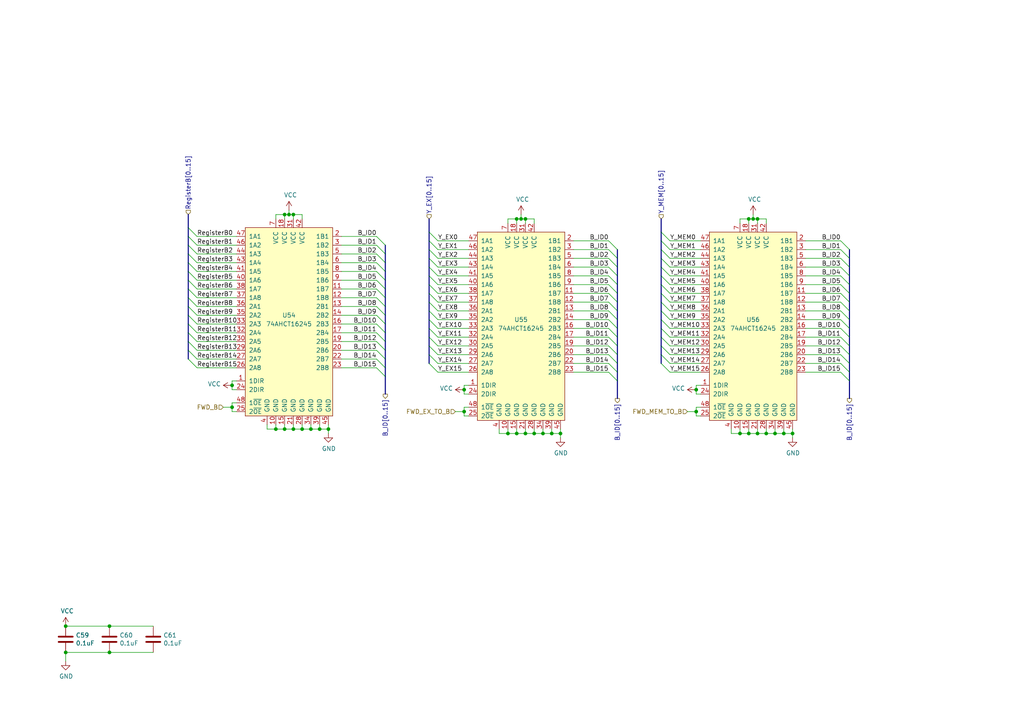
<source format=kicad_sch>
(kicad_sch (version 20230121) (generator eeschema)
  (paper "A4")
  (title_block (date "2023-11-19") (rev "A"))
  (lib_symbols
    (symbol "74xx (kicad5):74AHCT16245" (pin_names (offset 1.016))
      (property "Reference" "U" (at 0 1.27 0))
      (property "Value" "74AHCT16245" (at 0 -1.27 0))
      (symbol "74AHCT16245_0_1"
        (rectangle (start -12.7 26.67) (end 12.7 -27.94) (fill (type background)))
      )
      (symbol "74AHCT16245_1_1"
        (pin input line (at -15.24 -17.78 0) (length 2.54) (name "1DIR") (number "1"))
        (pin power_in line (at -3.81 -30.48 90) (length 2.54) (name "GND") (number "10"))
        (pin tri_state line (at 15.24 8.89 180) (length 2.54) (name "1B7") (number "11"))
        (pin tri_state line (at 15.24 6.35 180) (length 2.54) (name "1B8") (number "12"))
        (pin tri_state line (at 15.24 3.81 180) (length 2.54) (name "2B1") (number "13"))
        (pin tri_state line (at 15.24 1.27 180) (length 2.54) (name "2B2") (number "14"))
        (pin power_in line (at -1.27 -30.48 90) (length 2.54) (name "GND") (number "15"))
        (pin tri_state line (at 15.24 -1.27 180) (length 2.54) (name "2B3") (number "16"))
        (pin tri_state line (at 15.24 -3.81 180) (length 2.54) (name "2B4") (number "17"))
        (pin power_in line (at -1.27 29.21 270) (length 2.54) (name "VCC") (number "18"))
        (pin tri_state line (at 15.24 -6.35 180) (length 2.54) (name "2B5") (number "19"))
        (pin tri_state line (at 15.24 24.13 180) (length 2.54) (name "1B1") (number "2"))
        (pin tri_state line (at 15.24 -8.89 180) (length 2.54) (name "2B6") (number "20"))
        (pin power_in line (at 1.27 -30.48 90) (length 2.54) (name "GND") (number "21"))
        (pin tri_state line (at 15.24 -11.43 180) (length 2.54) (name "2B7") (number "22"))
        (pin tri_state line (at 15.24 -13.97 180) (length 2.54) (name "2B8") (number "23"))
        (pin input line (at -15.24 -20.32 0) (length 2.54) (name "2DIR") (number "24"))
        (pin input line (at -15.24 -26.67 0) (length 2.54) (name "2~{OE}") (number "25"))
        (pin tri_state line (at -15.24 -13.97 0) (length 2.54) (name "2A8") (number "26"))
        (pin tri_state line (at -15.24 -11.43 0) (length 2.54) (name "2A7") (number "27"))
        (pin power_in line (at 3.81 -30.48 90) (length 2.54) (name "GND") (number "28"))
        (pin tri_state line (at -15.24 -8.89 0) (length 2.54) (name "2A6") (number "29"))
        (pin tri_state line (at 15.24 21.59 180) (length 2.54) (name "1B2") (number "3"))
        (pin tri_state line (at -15.24 -6.35 0) (length 2.54) (name "2A5") (number "30"))
        (pin power_in line (at 1.27 29.21 270) (length 2.54) (name "VCC") (number "31"))
        (pin tri_state line (at -15.24 -3.81 0) (length 2.54) (name "2A4") (number "32"))
        (pin tri_state line (at -15.24 -1.27 0) (length 2.54) (name "2A3") (number "33"))
        (pin power_in line (at 6.35 -30.48 90) (length 2.54) (name "GND") (number "34"))
        (pin tri_state line (at -15.24 1.27 0) (length 2.54) (name "2A2") (number "35"))
        (pin tri_state line (at -15.24 3.81 0) (length 2.54) (name "2A1") (number "36"))
        (pin tri_state line (at -15.24 6.35 0) (length 2.54) (name "1A8") (number "37"))
        (pin tri_state line (at -15.24 8.89 0) (length 2.54) (name "1A7") (number "38"))
        (pin power_in line (at 8.89 -30.48 90) (length 2.54) (name "GND") (number "39"))
        (pin power_in line (at -6.35 -30.48 90) (length 2.54) (name "GND") (number "4"))
        (pin tri_state line (at -15.24 11.43 0) (length 2.54) (name "1A6") (number "40"))
        (pin tri_state line (at -15.24 13.97 0) (length 2.54) (name "1A5") (number "41"))
        (pin power_in line (at 3.81 29.21 270) (length 2.54) (name "VCC") (number "42"))
        (pin tri_state line (at -15.24 16.51 0) (length 2.54) (name "1A4") (number "43"))
        (pin tri_state line (at -15.24 19.05 0) (length 2.54) (name "1A3") (number "44"))
        (pin power_in line (at 11.43 -30.48 90) (length 2.54) (name "GND") (number "45"))
        (pin tri_state line (at -15.24 21.59 0) (length 2.54) (name "1A2") (number "46"))
        (pin tri_state line (at -15.24 24.13 0) (length 2.54) (name "1A1") (number "47"))
        (pin input line (at -15.24 -24.13 0) (length 2.54) (name "1~{OE}") (number "48"))
        (pin tri_state line (at 15.24 19.05 180) (length 2.54) (name "1B3") (number "5"))
        (pin tri_state line (at 15.24 16.51 180) (length 2.54) (name "1B4") (number "6"))
        (pin power_in line (at -3.81 29.21 270) (length 2.54) (name "VCC") (number "7"))
        (pin tri_state line (at 15.24 13.97 180) (length 2.54) (name "1B5") (number "8"))
        (pin tri_state line (at 15.24 11.43 180) (length 2.54) (name "1B6") (number "9"))
      )
    )
    (symbol "Device:C" (pin_numbers hide) (pin_names (offset 0.254))
      (property "Reference" "C" (at 0.635 2.54 0))
      (property "Value" "C" (at 0.635 -2.54 0))
      (symbol "C_0_1"
        (polyline (pts (xy -2.032 -0.762) (xy 2.032 -0.762)) (stroke (width 0.508)))
        (polyline (pts (xy -2.032 0.762) (xy 2.032 0.762)) (stroke (width 0.508)))
      )
      (symbol "C_1_1"
        (pin passive line (at 0 3.81 270) (length 2.794) (name "~") (number "1"))
        (pin passive line (at 0 -3.81 90) (length 2.794) (name "~") (number "2"))
      )
    )
    (symbol "power:GND" (power) (pin_names (offset 0))
      (property "Value" "GND" (at 0 -3.81 0))
      (symbol "GND_0_1"
        (polyline (pts (xy 0 0) (xy 0 -1.27) (xy 1.27 -1.27) (xy 0 -2.54) (xy -1.27 -1.27) (xy 0 -1.27)))
      )
      (symbol "GND_1_1"
        (pin power_in line (at 0 0 270) (length 0) hide (name "GND") (number "1"))
      )
    )
    (symbol "power:VCC" (power) (pin_names (offset 0))
      (property "Value" "VCC" (at 0 3.81 0))
      (symbol "VCC_0_1"
        (polyline (pts (xy -0.762 1.27) (xy 0 2.54)))
        (polyline (pts (xy 0 0) (xy 0 2.54)))
        (polyline (pts (xy 0 2.54) (xy 0.762 1.27)))
      )
      (symbol "VCC_1_1"
        (pin power_in line (at 0 0 90) (length 0) hide (name "VCC") (number "1"))
      )
    )
  )
  (junction (at 67.31 118.11))
  (junction (at 222.25 125.73))
  (junction (at 31.75 189.23))
  (junction (at 229.87 125.73))
  (junction (at 147.32 125.73))
  (junction (at 85.09 124.46))
  (junction (at 157.48 125.73))
  (junction (at 80.01 124.46))
  (junction (at 95.25 124.46))
  (junction (at 152.4 125.73))
  (junction (at 154.94 125.73))
  (junction (at 217.17 63.5))
  (junction (at 149.86 63.5))
  (junction (at 214.63 125.73))
  (junction (at 151.13 63.5))
  (junction (at 219.71 125.73))
  (junction (at 224.79 125.73))
  (junction (at 90.17 124.46))
  (junction (at 201.93 113.03))
  (junction (at 92.71 124.46))
  (junction (at 149.86 125.73))
  (junction (at 217.17 125.73))
  (junction (at 67.31 111.76))
  (junction (at 162.56 125.73))
  (junction (at 82.55 124.46))
  (junction (at 82.55 62.23))
  (junction (at 201.93 119.38))
  (junction (at 134.62 113.03))
  (junction (at 218.44 63.5))
  (junction (at 134.62 119.38))
  (junction (at 219.71 63.5))
  (junction (at 85.09 62.23))
  (junction (at 87.63 124.46))
  (junction (at 31.75 181.61))
  (junction (at 19.05 181.61))
  (junction (at 227.33 125.73))
  (junction (at 152.4 63.5))
  (junction (at 83.82 62.23))
  (junction (at 19.05 189.23))
  (junction (at 160.02 125.73))
  (bus_entry (at 176.53 69.85) (size 2.54 2.54))
  (bus_entry (at 54.61 93.98) (size 2.54 2.54))
  (bus_entry (at 127 82.55) (size -2.54 -2.54))
  (bus_entry (at 54.61 68.58) (size 2.54 2.54))
  (bus_entry (at 109.22 106.68) (size 2.54 2.54))
  (bus_entry (at 54.61 99.06) (size 2.54 2.54))
  (bus_entry (at 243.84 74.93) (size 2.54 2.54))
  (bus_entry (at 194.31 77.47) (size -2.54 -2.54))
  (bus_entry (at 127 102.87) (size -2.54 -2.54))
  (bus_entry (at 176.53 90.17) (size 2.54 2.54))
  (bus_entry (at 243.84 87.63) (size 2.54 2.54))
  (bus_entry (at 243.84 69.85) (size 2.54 2.54))
  (bus_entry (at 194.31 74.93) (size -2.54 -2.54))
  (bus_entry (at 176.53 105.41) (size 2.54 2.54))
  (bus_entry (at 54.61 96.52) (size 2.54 2.54))
  (bus_entry (at 243.84 77.47) (size 2.54 2.54))
  (bus_entry (at 109.22 83.82) (size 2.54 2.54))
  (bus_entry (at 194.31 90.17) (size -2.54 -2.54))
  (bus_entry (at 127 85.09) (size -2.54 -2.54))
  (bus_entry (at 243.84 82.55) (size 2.54 2.54))
  (bus_entry (at 109.22 86.36) (size 2.54 2.54))
  (bus_entry (at 127 80.01) (size -2.54 -2.54))
  (bus_entry (at 194.31 85.09) (size -2.54 -2.54))
  (bus_entry (at 176.53 87.63) (size 2.54 2.54))
  (bus_entry (at 127 95.25) (size -2.54 -2.54))
  (bus_entry (at 109.22 71.12) (size 2.54 2.54))
  (bus_entry (at 54.61 71.12) (size 2.54 2.54))
  (bus_entry (at 243.84 95.25) (size 2.54 2.54))
  (bus_entry (at 194.31 87.63) (size -2.54 -2.54))
  (bus_entry (at 127 97.79) (size -2.54 -2.54))
  (bus_entry (at 194.31 95.25) (size -2.54 -2.54))
  (bus_entry (at 194.31 82.55) (size -2.54 -2.54))
  (bus_entry (at 127 92.71) (size -2.54 -2.54))
  (bus_entry (at 176.53 97.79) (size 2.54 2.54))
  (bus_entry (at 109.22 68.58) (size 2.54 2.54))
  (bus_entry (at 176.53 85.09) (size 2.54 2.54))
  (bus_entry (at 243.84 102.87) (size 2.54 2.54))
  (bus_entry (at 127 72.39) (size -2.54 -2.54))
  (bus_entry (at 243.84 97.79) (size 2.54 2.54))
  (bus_entry (at 127 69.85) (size -2.54 -2.54))
  (bus_entry (at 109.22 76.2) (size 2.54 2.54))
  (bus_entry (at 54.61 104.14) (size 2.54 2.54))
  (bus_entry (at 194.31 80.01) (size -2.54 -2.54))
  (bus_entry (at 109.22 78.74) (size 2.54 2.54))
  (bus_entry (at 243.84 107.95) (size 2.54 2.54))
  (bus_entry (at 243.84 72.39) (size 2.54 2.54))
  (bus_entry (at 194.31 107.95) (size -2.54 -2.54))
  (bus_entry (at 176.53 77.47) (size 2.54 2.54))
  (bus_entry (at 243.84 85.09) (size 2.54 2.54))
  (bus_entry (at 176.53 92.71) (size 2.54 2.54))
  (bus_entry (at 194.31 69.85) (size -2.54 -2.54))
  (bus_entry (at 194.31 100.33) (size -2.54 -2.54))
  (bus_entry (at 194.31 102.87) (size -2.54 -2.54))
  (bus_entry (at 127 77.47) (size -2.54 -2.54))
  (bus_entry (at 194.31 105.41) (size -2.54 -2.54))
  (bus_entry (at 109.22 93.98) (size 2.54 2.54))
  (bus_entry (at 109.22 101.6) (size 2.54 2.54))
  (bus_entry (at 109.22 73.66) (size 2.54 2.54))
  (bus_entry (at 243.84 92.71) (size 2.54 2.54))
  (bus_entry (at 176.53 95.25) (size 2.54 2.54))
  (bus_entry (at 194.31 97.79) (size -2.54 -2.54))
  (bus_entry (at 127 90.17) (size -2.54 -2.54))
  (bus_entry (at 109.22 81.28) (size 2.54 2.54))
  (bus_entry (at 54.61 78.74) (size 2.54 2.54))
  (bus_entry (at 54.61 91.44) (size 2.54 2.54))
  (bus_entry (at 176.53 107.95) (size 2.54 2.54))
  (bus_entry (at 176.53 80.01) (size 2.54 2.54))
  (bus_entry (at 176.53 82.55) (size 2.54 2.54))
  (bus_entry (at 194.31 92.71) (size -2.54 -2.54))
  (bus_entry (at 127 74.93) (size -2.54 -2.54))
  (bus_entry (at 109.22 96.52) (size 2.54 2.54))
  (bus_entry (at 243.84 90.17) (size 2.54 2.54))
  (bus_entry (at 54.61 83.82) (size 2.54 2.54))
  (bus_entry (at 127 100.33) (size -2.54 -2.54))
  (bus_entry (at 54.61 86.36) (size 2.54 2.54))
  (bus_entry (at 109.22 91.44) (size 2.54 2.54))
  (bus_entry (at 243.84 80.01) (size 2.54 2.54))
  (bus_entry (at 54.61 73.66) (size 2.54 2.54))
  (bus_entry (at 243.84 100.33) (size 2.54 2.54))
  (bus_entry (at 127 87.63) (size -2.54 -2.54))
  (bus_entry (at 176.53 74.93) (size 2.54 2.54))
  (bus_entry (at 109.22 99.06) (size 2.54 2.54))
  (bus_entry (at 109.22 104.14) (size 2.54 2.54))
  (bus_entry (at 127 105.41) (size -2.54 -2.54))
  (bus_entry (at 54.61 88.9) (size 2.54 2.54))
  (bus_entry (at 54.61 101.6) (size 2.54 2.54))
  (bus_entry (at 194.31 72.39) (size -2.54 -2.54))
  (bus_entry (at 176.53 100.33) (size 2.54 2.54))
  (bus_entry (at 109.22 88.9) (size 2.54 2.54))
  (bus_entry (at 127 107.95) (size -2.54 -2.54))
  (bus_entry (at 54.61 66.04) (size 2.54 2.54))
  (bus_entry (at 176.53 72.39) (size 2.54 2.54))
  (bus_entry (at 243.84 105.41) (size 2.54 2.54))
  (bus_entry (at 54.61 76.2) (size 2.54 2.54))
  (bus_entry (at 176.53 102.87) (size 2.54 2.54))
  (bus_entry (at 54.61 81.28) (size 2.54 2.54))
  (wire (pts (xy 134.62 111.76) (xy 134.62 113.03)))
  (wire (pts (xy 57.15 88.9) (xy 68.58 88.9)))
  (bus (pts (xy 179.07 74.93) (xy 179.07 77.47)))
  (bus (pts (xy 54.61 86.36) (xy 54.61 88.9)))
  (wire (pts (xy 44.45 189.23) (xy 31.75 189.23)))
  (wire (pts (xy 31.75 189.23) (xy 19.05 189.23)))
  (wire (pts (xy 201.93 119.38) (xy 199.39 119.38)))
  (wire (pts (xy 127 87.63) (xy 135.89 87.63)))
  (bus (pts (xy 111.76 93.98) (xy 111.76 96.52)))
  (wire (pts (xy 127 77.47) (xy 135.89 77.47)))
  (wire (pts (xy 217.17 124.46) (xy 217.17 125.73)))
  (wire (pts (xy 176.53 72.39) (xy 166.37 72.39)))
  (wire (pts (xy 135.89 118.11) (xy 134.62 118.11)))
  (wire (pts (xy 151.13 63.5) (xy 152.4 63.5)))
  (wire (pts (xy 149.86 124.46) (xy 149.86 125.73)))
  (wire (pts (xy 194.31 92.71) (xy 203.2 92.71)))
  (wire (pts (xy 162.56 127) (xy 162.56 125.73)))
  (wire (pts (xy 243.84 74.93) (xy 233.68 74.93)))
  (bus (pts (xy 124.46 87.63) (xy 124.46 90.17)))
  (bus (pts (xy 179.07 72.39) (xy 179.07 74.93)))
  (wire (pts (xy 229.87 127) (xy 229.87 125.73)))
  (bus (pts (xy 179.07 80.01) (xy 179.07 82.55)))
  (wire (pts (xy 214.63 124.46) (xy 214.63 125.73)))
  (bus (pts (xy 179.07 87.63) (xy 179.07 90.17)))
  (bus (pts (xy 124.46 92.71) (xy 124.46 95.25)))
  (bus (pts (xy 124.46 67.31) (xy 124.46 69.85)))
  (wire (pts (xy 109.22 101.6) (xy 99.06 101.6)))
  (wire (pts (xy 243.84 85.09) (xy 233.68 85.09)))
  (bus (pts (xy 179.07 97.79) (xy 179.07 100.33)))
  (wire (pts (xy 194.31 82.55) (xy 203.2 82.55)))
  (wire (pts (xy 68.58 110.49) (xy 67.31 110.49)))
  (bus (pts (xy 111.76 86.36) (xy 111.76 88.9)))
  (wire (pts (xy 95.25 124.46) (xy 95.25 123.19)))
  (wire (pts (xy 201.93 120.65) (xy 203.2 120.65)))
  (wire (pts (xy 243.84 72.39) (xy 233.68 72.39)))
  (wire (pts (xy 157.48 125.73) (xy 154.94 125.73)))
  (bus (pts (xy 246.38 105.41) (xy 246.38 107.95)))
  (wire (pts (xy 176.53 85.09) (xy 166.37 85.09)))
  (bus (pts (xy 179.07 100.33) (xy 179.07 102.87)))
  (bus (pts (xy 191.77 80.01) (xy 191.77 82.55)))
  (wire (pts (xy 90.17 124.46) (xy 87.63 124.46)))
  (wire (pts (xy 243.84 100.33) (xy 233.68 100.33)))
  (wire (pts (xy 80.01 124.46) (xy 82.55 124.46)))
  (wire (pts (xy 243.84 69.85) (xy 233.68 69.85)))
  (wire (pts (xy 218.44 62.23) (xy 218.44 63.5)))
  (wire (pts (xy 176.53 97.79) (xy 166.37 97.79)))
  (wire (pts (xy 82.55 63.5) (xy 82.55 62.23)))
  (bus (pts (xy 124.46 69.85) (xy 124.46 72.39)))
  (wire (pts (xy 109.22 73.66) (xy 99.06 73.66)))
  (wire (pts (xy 57.15 99.06) (xy 68.58 99.06)))
  (wire (pts (xy 154.94 63.5) (xy 154.94 64.77)))
  (wire (pts (xy 243.84 77.47) (xy 233.68 77.47)))
  (wire (pts (xy 57.15 68.58) (xy 68.58 68.58)))
  (wire (pts (xy 152.4 125.73) (xy 152.4 124.46)))
  (wire (pts (xy 82.55 124.46) (xy 85.09 124.46)))
  (wire (pts (xy 85.09 124.46) (xy 85.09 123.19)))
  (wire (pts (xy 160.02 125.73) (xy 162.56 125.73)))
  (wire (pts (xy 218.44 63.5) (xy 219.71 63.5)))
  (bus (pts (xy 191.77 69.85) (xy 191.77 72.39)))
  (wire (pts (xy 77.47 123.19) (xy 77.47 124.46)))
  (wire (pts (xy 176.53 87.63) (xy 166.37 87.63)))
  (wire (pts (xy 85.09 62.23) (xy 87.63 62.23)))
  (wire (pts (xy 127 90.17) (xy 135.89 90.17)))
  (wire (pts (xy 19.05 191.77) (xy 19.05 189.23)))
  (wire (pts (xy 154.94 125.73) (xy 154.94 124.46)))
  (wire (pts (xy 57.15 93.98) (xy 68.58 93.98)))
  (wire (pts (xy 217.17 125.73) (xy 219.71 125.73)))
  (bus (pts (xy 111.76 88.9) (xy 111.76 91.44)))
  (wire (pts (xy 83.82 62.23) (xy 85.09 62.23)))
  (wire (pts (xy 57.15 71.12) (xy 68.58 71.12)))
  (wire (pts (xy 127 72.39) (xy 135.89 72.39)))
  (wire (pts (xy 109.22 83.82) (xy 99.06 83.82)))
  (wire (pts (xy 194.31 74.93) (xy 203.2 74.93)))
  (bus (pts (xy 246.38 97.79) (xy 246.38 100.33)))
  (bus (pts (xy 111.76 83.82) (xy 111.76 86.36)))
  (wire (pts (xy 222.25 125.73) (xy 222.25 124.46)))
  (wire (pts (xy 201.93 119.38) (xy 201.93 120.65)))
  (wire (pts (xy 67.31 113.03) (xy 68.58 113.03)))
  (wire (pts (xy 67.31 118.11) (xy 67.31 119.38)))
  (wire (pts (xy 201.93 113.03) (xy 201.93 114.3)))
  (wire (pts (xy 134.62 120.65) (xy 135.89 120.65)))
  (wire (pts (xy 243.84 97.79) (xy 233.68 97.79)))
  (wire (pts (xy 201.93 111.76) (xy 201.93 113.03)))
  (bus (pts (xy 111.76 96.52) (xy 111.76 99.06)))
  (wire (pts (xy 83.82 60.96) (xy 83.82 62.23)))
  (wire (pts (xy 194.31 90.17) (xy 203.2 90.17)))
  (wire (pts (xy 134.62 114.3) (xy 135.89 114.3)))
  (wire (pts (xy 57.15 96.52) (xy 68.58 96.52)))
  (bus (pts (xy 246.38 110.49) (xy 246.38 115.57)))
  (wire (pts (xy 154.94 125.73) (xy 152.4 125.73)))
  (bus (pts (xy 54.61 88.9) (xy 54.61 91.44)))
  (wire (pts (xy 194.31 107.95) (xy 203.2 107.95)))
  (bus (pts (xy 246.38 92.71) (xy 246.38 95.25)))
  (wire (pts (xy 194.31 87.63) (xy 203.2 87.63)))
  (wire (pts (xy 127 74.93) (xy 135.89 74.93)))
  (wire (pts (xy 243.84 105.41) (xy 233.68 105.41)))
  (bus (pts (xy 124.46 63.5) (xy 124.46 67.31)))
  (wire (pts (xy 127 82.55) (xy 135.89 82.55)))
  (bus (pts (xy 124.46 80.01) (xy 124.46 82.55)))
  (wire (pts (xy 57.15 106.68) (xy 68.58 106.68)))
  (bus (pts (xy 54.61 81.28) (xy 54.61 83.82)))
  (wire (pts (xy 194.31 69.85) (xy 203.2 69.85)))
  (wire (pts (xy 127 80.01) (xy 135.89 80.01)))
  (wire (pts (xy 134.62 113.03) (xy 134.62 114.3)))
  (bus (pts (xy 111.76 109.22) (xy 111.76 114.3)))
  (bus (pts (xy 246.38 72.39) (xy 246.38 74.93)))
  (wire (pts (xy 67.31 111.76) (xy 67.31 113.03)))
  (wire (pts (xy 176.53 80.01) (xy 166.37 80.01)))
  (bus (pts (xy 246.38 95.25) (xy 246.38 97.79)))
  (bus (pts (xy 246.38 85.09) (xy 246.38 87.63)))
  (bus (pts (xy 179.07 95.25) (xy 179.07 97.79)))
  (wire (pts (xy 149.86 125.73) (xy 152.4 125.73)))
  (bus (pts (xy 54.61 62.23) (xy 54.61 66.04)))
  (wire (pts (xy 57.15 91.44) (xy 68.58 91.44)))
  (wire (pts (xy 57.15 101.6) (xy 68.58 101.6)))
  (bus (pts (xy 111.76 73.66) (xy 111.76 76.2)))
  (wire (pts (xy 194.31 100.33) (xy 203.2 100.33)))
  (wire (pts (xy 109.22 99.06) (xy 99.06 99.06)))
  (wire (pts (xy 109.22 81.28) (xy 99.06 81.28)))
  (bus (pts (xy 124.46 77.47) (xy 124.46 80.01)))
  (wire (pts (xy 147.32 63.5) (xy 149.86 63.5)))
  (wire (pts (xy 243.84 90.17) (xy 233.68 90.17)))
  (bus (pts (xy 111.76 91.44) (xy 111.76 93.98)))
  (wire (pts (xy 57.15 86.36) (xy 68.58 86.36)))
  (wire (pts (xy 176.53 90.17) (xy 166.37 90.17)))
  (bus (pts (xy 246.38 77.47) (xy 246.38 80.01)))
  (bus (pts (xy 191.77 67.31) (xy 191.77 69.85)))
  (bus (pts (xy 179.07 105.41) (xy 179.07 107.95)))
  (wire (pts (xy 109.22 76.2) (xy 99.06 76.2)))
  (bus (pts (xy 191.77 72.39) (xy 191.77 74.93)))
  (bus (pts (xy 54.61 96.52) (xy 54.61 99.06)))
  (bus (pts (xy 191.77 77.47) (xy 191.77 80.01)))
  (wire (pts (xy 109.22 86.36) (xy 99.06 86.36)))
  (wire (pts (xy 162.56 125.73) (xy 162.56 124.46)))
  (wire (pts (xy 176.53 82.55) (xy 166.37 82.55)))
  (wire (pts (xy 203.2 118.11) (xy 201.93 118.11)))
  (wire (pts (xy 243.84 82.55) (xy 233.68 82.55)))
  (bus (pts (xy 54.61 83.82) (xy 54.61 86.36)))
  (wire (pts (xy 201.93 114.3) (xy 203.2 114.3)))
  (wire (pts (xy 127 97.79) (xy 135.89 97.79)))
  (bus (pts (xy 246.38 90.17) (xy 246.38 92.71)))
  (wire (pts (xy 222.25 63.5) (xy 222.25 64.77)))
  (wire (pts (xy 147.32 125.73) (xy 149.86 125.73)))
  (wire (pts (xy 127 100.33) (xy 135.89 100.33)))
  (wire (pts (xy 109.22 93.98) (xy 99.06 93.98)))
  (wire (pts (xy 224.79 125.73) (xy 224.79 124.46)))
  (wire (pts (xy 157.48 125.73) (xy 160.02 125.73)))
  (bus (pts (xy 124.46 82.55) (xy 124.46 85.09)))
  (wire (pts (xy 147.32 64.77) (xy 147.32 63.5)))
  (wire (pts (xy 176.53 100.33) (xy 166.37 100.33)))
  (wire (pts (xy 135.89 111.76) (xy 134.62 111.76)))
  (wire (pts (xy 82.55 62.23) (xy 83.82 62.23)))
  (wire (pts (xy 77.47 124.46) (xy 80.01 124.46)))
  (wire (pts (xy 67.31 116.84) (xy 67.31 118.11)))
  (wire (pts (xy 176.53 92.71) (xy 166.37 92.71)))
  (wire (pts (xy 147.32 124.46) (xy 147.32 125.73)))
  (wire (pts (xy 127 92.71) (xy 135.89 92.71)))
  (wire (pts (xy 194.31 72.39) (xy 203.2 72.39)))
  (bus (pts (xy 124.46 102.87) (xy 124.46 105.41)))
  (wire (pts (xy 144.78 124.46) (xy 144.78 125.73)))
  (bus (pts (xy 246.38 80.01) (xy 246.38 82.55)))
  (wire (pts (xy 87.63 124.46) (xy 87.63 123.19)))
  (wire (pts (xy 92.71 124.46) (xy 92.71 123.19)))
  (wire (pts (xy 67.31 118.11) (xy 64.77 118.11)))
  (bus (pts (xy 111.76 106.68) (xy 111.76 109.22)))
  (wire (pts (xy 194.31 85.09) (xy 203.2 85.09)))
  (bus (pts (xy 111.76 71.12) (xy 111.76 73.66)))
  (bus (pts (xy 124.46 90.17) (xy 124.46 92.71)))
  (wire (pts (xy 57.15 104.14) (xy 68.58 104.14)))
  (wire (pts (xy 194.31 105.41) (xy 203.2 105.41)))
  (bus (pts (xy 246.38 74.93) (xy 246.38 77.47)))
  (bus (pts (xy 246.38 82.55) (xy 246.38 85.09)))
  (bus (pts (xy 124.46 74.93) (xy 124.46 77.47)))
  (bus (pts (xy 179.07 82.55) (xy 179.07 85.09)))
  (bus (pts (xy 111.76 99.06) (xy 111.76 101.6)))
  (wire (pts (xy 212.09 125.73) (xy 214.63 125.73)))
  (wire (pts (xy 176.53 69.85) (xy 166.37 69.85)))
  (wire (pts (xy 95.25 125.73) (xy 95.25 124.46)))
  (wire (pts (xy 227.33 125.73) (xy 227.33 124.46)))
  (wire (pts (xy 127 107.95) (xy 135.89 107.95)))
  (wire (pts (xy 144.78 125.73) (xy 147.32 125.73)))
  (bus (pts (xy 54.61 99.06) (xy 54.61 101.6)))
  (wire (pts (xy 57.15 78.74) (xy 68.58 78.74)))
  (wire (pts (xy 214.63 125.73) (xy 217.17 125.73)))
  (bus (pts (xy 111.76 76.2) (xy 111.76 78.74)))
  (wire (pts (xy 134.62 119.38) (xy 132.08 119.38)))
  (wire (pts (xy 134.62 118.11) (xy 134.62 119.38)))
  (bus (pts (xy 111.76 81.28) (xy 111.76 83.82)))
  (bus (pts (xy 191.77 102.87) (xy 191.77 105.41)))
  (bus (pts (xy 191.77 85.09) (xy 191.77 87.63)))
  (wire (pts (xy 176.53 95.25) (xy 166.37 95.25)))
  (wire (pts (xy 109.22 68.58) (xy 99.06 68.58)))
  (wire (pts (xy 152.4 64.77) (xy 152.4 63.5)))
  (bus (pts (xy 191.77 92.71) (xy 191.77 95.25)))
  (wire (pts (xy 194.31 102.87) (xy 203.2 102.87)))
  (bus (pts (xy 54.61 71.12) (xy 54.61 73.66)))
  (bus (pts (xy 54.61 66.04) (xy 54.61 68.58)))
  (wire (pts (xy 243.84 87.63) (xy 233.68 87.63)))
  (wire (pts (xy 176.53 107.95) (xy 166.37 107.95)))
  (wire (pts (xy 134.62 119.38) (xy 134.62 120.65)))
  (bus (pts (xy 54.61 91.44) (xy 54.61 93.98)))
  (bus (pts (xy 111.76 104.14) (xy 111.76 106.68)))
  (bus (pts (xy 191.77 100.33) (xy 191.77 102.87)))
  (bus (pts (xy 191.77 95.25) (xy 191.77 97.79)))
  (bus (pts (xy 54.61 93.98) (xy 54.61 96.52)))
  (bus (pts (xy 191.77 63.5) (xy 191.77 67.31)))
  (bus (pts (xy 179.07 102.87) (xy 179.07 105.41)))
  (bus (pts (xy 124.46 95.25) (xy 124.46 97.79)))
  (wire (pts (xy 67.31 110.49) (xy 67.31 111.76)))
  (wire (pts (xy 152.4 63.5) (xy 154.94 63.5)))
  (bus (pts (xy 179.07 92.71) (xy 179.07 95.25)))
  (wire (pts (xy 243.84 107.95) (xy 233.68 107.95)))
  (wire (pts (xy 243.84 95.25) (xy 233.68 95.25)))
  (bus (pts (xy 124.46 85.09) (xy 124.46 87.63)))
  (wire (pts (xy 194.31 77.47) (xy 203.2 77.47)))
  (bus (pts (xy 54.61 101.6) (xy 54.61 104.14)))
  (bus (pts (xy 246.38 107.95) (xy 246.38 110.49)))
  (bus (pts (xy 111.76 101.6) (xy 111.76 104.14)))
  (wire (pts (xy 67.31 119.38) (xy 68.58 119.38)))
  (wire (pts (xy 127 102.87) (xy 135.89 102.87)))
  (bus (pts (xy 246.38 100.33) (xy 246.38 102.87)))
  (wire (pts (xy 214.63 64.77) (xy 214.63 63.5)))
  (wire (pts (xy 87.63 124.46) (xy 85.09 124.46)))
  (wire (pts (xy 219.71 63.5) (xy 222.25 63.5)))
  (wire (pts (xy 227.33 125.73) (xy 229.87 125.73)))
  (wire (pts (xy 176.53 102.87) (xy 166.37 102.87)))
  (wire (pts (xy 57.15 76.2) (xy 68.58 76.2)))
  (wire (pts (xy 19.05 181.61) (xy 31.75 181.61)))
  (wire (pts (xy 151.13 62.23) (xy 151.13 63.5)))
  (wire (pts (xy 109.22 88.9) (xy 99.06 88.9)))
  (wire (pts (xy 194.31 97.79) (xy 203.2 97.79)))
  (wire (pts (xy 176.53 77.47) (xy 166.37 77.47)))
  (wire (pts (xy 194.31 80.01) (xy 203.2 80.01)))
  (wire (pts (xy 57.15 81.28) (xy 68.58 81.28)))
  (bus (pts (xy 124.46 72.39) (xy 124.46 74.93)))
  (wire (pts (xy 149.86 63.5) (xy 151.13 63.5)))
  (wire (pts (xy 92.71 124.46) (xy 95.25 124.46)))
  (wire (pts (xy 224.79 125.73) (xy 227.33 125.73)))
  (bus (pts (xy 191.77 74.93) (xy 191.77 77.47)))
  (bus (pts (xy 191.77 90.17) (xy 191.77 92.71)))
  (wire (pts (xy 80.01 62.23) (xy 82.55 62.23)))
  (wire (pts (xy 109.22 91.44) (xy 99.06 91.44)))
  (wire (pts (xy 82.55 123.19) (xy 82.55 124.46)))
  (wire (pts (xy 149.86 64.77) (xy 149.86 63.5)))
  (wire (pts (xy 219.71 125.73) (xy 219.71 124.46)))
  (wire (pts (xy 85.09 63.5) (xy 85.09 62.23)))
  (wire (pts (xy 127 69.85) (xy 135.89 69.85)))
  (wire (pts (xy 217.17 64.77) (xy 217.17 63.5)))
  (wire (pts (xy 109.22 71.12) (xy 99.06 71.12)))
  (wire (pts (xy 224.79 125.73) (xy 222.25 125.73)))
  (wire (pts (xy 243.84 92.71) (xy 233.68 92.71)))
  (bus (pts (xy 246.38 87.63) (xy 246.38 90.17)))
  (wire (pts (xy 222.25 125.73) (xy 219.71 125.73)))
  (wire (pts (xy 127 85.09) (xy 135.89 85.09)))
  (bus (pts (xy 124.46 100.33) (xy 124.46 102.87)))
  (bus (pts (xy 246.38 102.87) (xy 246.38 105.41)))
  (wire (pts (xy 176.53 74.93) (xy 166.37 74.93)))
  (wire (pts (xy 160.02 125.73) (xy 160.02 124.46)))
  (wire (pts (xy 203.2 111.76) (xy 201.93 111.76)))
  (bus (pts (xy 124.46 97.79) (xy 124.46 100.33)))
  (bus (pts (xy 179.07 90.17) (xy 179.07 92.71)))
  (wire (pts (xy 219.71 64.77) (xy 219.71 63.5)))
  (wire (pts (xy 201.93 118.11) (xy 201.93 119.38)))
  (wire (pts (xy 109.22 104.14) (xy 99.06 104.14)))
  (wire (pts (xy 127 105.41) (xy 135.89 105.41)))
  (wire (pts (xy 68.58 116.84) (xy 67.31 116.84)))
  (bus (pts (xy 111.76 78.74) (xy 111.76 81.28)))
  (wire (pts (xy 31.75 181.61) (xy 44.45 181.61)))
  (bus (pts (xy 54.61 78.74) (xy 54.61 81.28)))
  (wire (pts (xy 90.17 124.46) (xy 90.17 123.19)))
  (bus (pts (xy 54.61 76.2) (xy 54.61 78.74)))
  (bus (pts (xy 54.61 68.58) (xy 54.61 71.12)))
  (wire (pts (xy 109.22 78.74) (xy 99.06 78.74)))
  (wire (pts (xy 80.01 123.19) (xy 80.01 124.46)))
  (bus (pts (xy 179.07 110.49) (xy 179.07 115.57)))
  (wire (pts (xy 157.48 125.73) (xy 157.48 124.46)))
  (bus (pts (xy 191.77 87.63) (xy 191.77 90.17)))
  (bus (pts (xy 179.07 77.47) (xy 179.07 80.01)))
  (wire (pts (xy 90.17 124.46) (xy 92.71 124.46)))
  (wire (pts (xy 80.01 63.5) (xy 80.01 62.23)))
  (bus (pts (xy 54.61 73.66) (xy 54.61 76.2)))
  (wire (pts (xy 57.15 83.82) (xy 68.58 83.82)))
  (wire (pts (xy 57.15 73.66) (xy 68.58 73.66)))
  (bus (pts (xy 191.77 82.55) (xy 191.77 85.09)))
  (wire (pts (xy 109.22 96.52) (xy 99.06 96.52)))
  (bus (pts (xy 191.77 97.79) (xy 191.77 100.33)))
  (wire (pts (xy 243.84 102.87) (xy 233.68 102.87)))
  (wire (pts (xy 212.09 124.46) (xy 212.09 125.73)))
  (wire (pts (xy 217.17 63.5) (xy 218.44 63.5)))
  (wire (pts (xy 194.31 95.25) (xy 203.2 95.25)))
  (wire (pts (xy 109.22 106.68) (xy 99.06 106.68)))
  (wire (pts (xy 127 95.25) (xy 135.89 95.25)))
  (bus (pts (xy 179.07 107.95) (xy 179.07 110.49)))
  (wire (pts (xy 176.53 105.41) (xy 166.37 105.41)))
  (bus (pts (xy 179.07 85.09) (xy 179.07 87.63)))
  (wire (pts (xy 87.63 62.23) (xy 87.63 63.5)))
  (wire (pts (xy 214.63 63.5) (xy 217.17 63.5)))
  (wire (pts (xy 243.84 80.01) (xy 233.68 80.01)))
  (wire (pts (xy 229.87 125.73) (xy 229.87 124.46)))
  (label "Y_MEM11" (at 194.31 97.79 0))
  (label "B_ID15" (at 243.84 107.95 180))
  (label "Y_EX1" (at 127 72.39 0))
  (label "Y_MEM15" (at 194.31 107.95 0))
  (label "B_ID2" (at 176.53 74.93 180))
  (label "Y_EX12" (at 127 100.33 0))
  (label "Y_MEM3" (at 194.31 77.47 0))
  (label "Y_MEM0" (at 194.31 69.85 0))
  (label "B_ID5" (at 243.84 82.55 180))
  (label "Y_MEM2" (at 194.31 74.93 0))
  (label "RegisterB11" (at 57.15 96.52 0))
  (label "Y_EX9" (at 127 92.71 0))
  (label "Y_MEM8" (at 194.31 90.17 0))
  (label "B_ID9" (at 109.22 91.44 180))
  (label "RegisterB1" (at 57.15 71.12 0))
  (label "RegisterB13" (at 57.15 101.6 0))
  (label "B_ID4" (at 176.53 80.01 180))
  (label "B_ID6" (at 176.53 85.09 180))
  (label "Y_MEM4" (at 194.31 80.01 0))
  (label "B_ID14" (at 176.53 105.41 180))
  (label "Y_EX15" (at 127 107.95 0))
  (label "RegisterB2" (at 57.15 73.66 0))
  (label "B_ID9" (at 243.84 92.71 180))
  (label "RegisterB15" (at 57.15 106.68 0))
  (label "B_ID14" (at 109.22 104.14 180))
  (label "RegisterB7" (at 57.15 86.36 0))
  (label "B_ID11" (at 109.22 96.52 180))
  (label "B_ID9" (at 176.53 92.71 180))
  (label "B_ID12" (at 109.22 99.06 180))
  (label "B_ID3" (at 109.22 76.2 180))
  (label "B_ID10" (at 176.53 95.25 180))
  (label "RegisterB10" (at 57.15 93.98 0))
  (label "Y_EX10" (at 127 95.25 0))
  (label "B_ID12" (at 176.53 100.33 180))
  (label "Y_EX14" (at 127 105.41 0))
  (label "B_ID8" (at 109.22 88.9 180))
  (label "Y_EX0" (at 127 69.85 0))
  (label "Y_MEM6" (at 194.31 85.09 0))
  (label "B_ID13" (at 243.84 102.87 180))
  (label "Y_MEM7" (at 194.31 87.63 0))
  (label "B_ID7" (at 176.53 87.63 180))
  (label "Y_EX8" (at 127 90.17 0))
  (label "Y_EX13" (at 127 102.87 0))
  (label "B_ID4" (at 243.84 80.01 180))
  (label "B_ID15" (at 109.22 106.68 180))
  (label "B_ID1" (at 109.22 71.12 180))
  (label "Y_MEM1" (at 194.31 72.39 0))
  (label "B_ID13" (at 109.22 101.6 180))
  (label "RegisterB5" (at 57.15 81.28 0))
  (label "B_ID5" (at 176.53 82.55 180))
  (label "B_ID6" (at 243.84 85.09 180))
  (label "RegisterB14" (at 57.15 104.14 0))
  (label "B_ID10" (at 243.84 95.25 180))
  (label "RegisterB3" (at 57.15 76.2 0))
  (label "B_ID8" (at 176.53 90.17 180))
  (label "Y_MEM10" (at 194.31 95.25 0))
  (label "B_ID15" (at 176.53 107.95 180))
  (label "Y_MEM5" (at 194.31 82.55 0))
  (label "Y_MEM12" (at 194.31 100.33 0))
  (label "B_ID4" (at 109.22 78.74 180))
  (label "B_ID10" (at 109.22 93.98 180))
  (label "Y_EX2" (at 127 74.93 0))
  (label "Y_EX7" (at 127 87.63 0))
  (label "B_ID11" (at 176.53 97.79 180))
  (label "B_ID14" (at 243.84 105.41 180))
  (label "B_ID0" (at 176.53 69.85 180))
  (label "B_ID12" (at 243.84 100.33 180))
  (label "RegisterB0" (at 57.15 68.58 0))
  (label "RegisterB4" (at 57.15 78.74 0))
  (label "RegisterB9" (at 57.15 91.44 0))
  (label "B_ID8" (at 243.84 90.17 180))
  (label "Y_EX4" (at 127 80.01 0))
  (label "Y_EX3" (at 127 77.47 0))
  (label "B_ID1" (at 176.53 72.39 180))
  (label "B_ID0" (at 243.84 69.85 180))
  (label "RegisterB12" (at 57.15 99.06 0))
  (label "B_ID2" (at 109.22 73.66 180))
  (label "Y_MEM13" (at 194.31 102.87 0))
  (label "Y_EX6" (at 127 85.09 0))
  (label "B_ID2" (at 243.84 74.93 180))
  (label "B_ID7" (at 243.84 87.63 180))
  (label "B_ID6" (at 109.22 83.82 180))
  (label "B_ID1" (at 243.84 72.39 180))
  (label "B_ID3" (at 243.84 77.47 180))
  (label "B_ID7" (at 109.22 86.36 180))
  (label "Y_EX5" (at 127 82.55 0))
  (label "B_ID5" (at 109.22 81.28 180))
  (label "Y_EX11" (at 127 97.79 0))
  (label "Y_MEM14" (at 194.31 105.41 0))
  (label "B_ID11" (at 243.84 97.79 180))
  (label "RegisterB6" (at 57.15 83.82 0))
  (label "RegisterB8" (at 57.15 88.9 0))
  (label "B_ID13" (at 176.53 102.87 180))
  (label "B_ID0" (at 109.22 68.58 180))
  (label "Y_MEM9" (at 194.31 92.71 0))
  (label "B_ID3" (at 176.53 77.47 180))
  (hierarchical_label "FWD_B" (shape input) (at 64.77 118.11 180))
  (hierarchical_label "RegisterB[0..15]" (shape input) (at 54.61 62.23 90))
  (hierarchical_label "FWD_EX_TO_B" (shape input) (at 132.08 119.38 180))
  (hierarchical_label "Y_MEM[0..15]" (shape input) (at 191.77 63.5 90))
  (hierarchical_label "B_ID[0..15]" (shape output) (at 246.38 115.57 270))
  (hierarchical_label "B_ID[0..15]" (shape output) (at 111.76 114.3 270))
  (hierarchical_label "B_ID[0..15]" (shape output) (at 179.07 115.57 270))
  (hierarchical_label "Y_EX[0..15]" (shape input) (at 124.46 63.5 90))
  (hierarchical_label "FWD_MEM_TO_B" (shape input) (at 199.39 119.38 180))
  (symbol (lib_id "Device:C") (at 31.75 185.42 0) (unit 1)
    (property "Reference" "C60" (at 34.671 184.2516 0) (effects (justify left)))
    (property "Value" "0.1uF" (at 34.671 186.563 0) (effects (justify left)))
    (property "Footprint" "Capacitor_SMD:C_0603_1608Metric_Pad1.08x0.95mm_HandSolder" (effects hide))
    (property "Mouser" "https://www.mouser.com/ProductDetail/963-EMK107B7104KAHT" (effects hide))
  )
  (symbol (lib_id "power:VCC") (at 19.05 181.61 0) (unit 1)
    (property "Reference" "#PWR0350" (effects hide))
    (property "Value" "VCC" (at 19.4818 177.2158 0))
  )
  (symbol (lib_id "power:GND") (at 19.05 191.77 0) (unit 1)
    (property "Reference" "#PWR0351" (effects hide))
    (property "Value" "GND" (at 19.177 196.1642 0))
  )
  (symbol (lib_id "Device:C") (at 44.45 185.42 0) (unit 1)
    (property "Reference" "C61" (at 47.371 184.2516 0) (effects (justify left)))
    (property "Value" "0.1uF" (at 47.371 186.563 0) (effects (justify left)))
    (property "Footprint" "Capacitor_SMD:C_0603_1608Metric_Pad1.08x0.95mm_HandSolder" (effects hide))
    (property "Mouser" "https://www.mouser.com/ProductDetail/963-EMK107B7104KAHT" (effects hide))
  )
  (symbol (lib_id "power:VCC") (at 83.82 60.96 0) (unit 1)
    (property "Reference" "#PWR0353" (effects hide))
    (property "Value" "VCC" (at 84.2518 56.5658 0))
  )
  (symbol (lib_id "power:GND") (at 95.25 125.73 0) (unit 1)
    (property "Reference" "#PWR0354" (effects hide))
    (property "Value" "GND" (at 95.377 130.1242 0))
  )
  (symbol (lib_id "74xx (kicad5):74AHCT16245") (at 83.82 92.71 0) (unit 1)
    (property "Reference" "U54" (at 83.82 91.44 0))
    (property "Value" "74AHCT16245" (at 83.82 93.98 0))
    (property "Footprint" "Package_SO:TSSOP-48_6.1x12.5mm_P0.5mm" (effects hide))
    (property "Datasheet" "https://www.ti.com/lit/ds/symlink/sn74ahct16245.pdf?HQS=dis-mous-null-mousermode-dsf-pf-null-wwe&ts=1617319205092" (effects hide))
    (property "Mouser" "https://www.mouser.com/ProductDetail/Texas-Instruments/74AHCT16245DLRG4?qs=%2Fha2pyFaduixTLlQ%252B3rIFW8KDPMe6E5CxoQ2Fc519Y9S5BWJ%252B%2FVWeIYQshP1VtN3&utm_source=octopart&utm_medium=aggregator&utm_campaign=595-74AHCT16245DLRG4&utm_content=Texas%20Instruments" (effects hide))
  )
  (symbol (lib_id "74xx (kicad5):74AHCT16245") (at 151.13 93.98 0) (unit 1)
    (property "Reference" "U55" (at 151.13 92.71 0))
    (property "Value" "74AHCT16245" (at 151.13 95.25 0))
    (property "Footprint" "Package_SO:TSSOP-48_6.1x12.5mm_P0.5mm" (effects hide))
    (property "Datasheet" "https://www.ti.com/lit/ds/symlink/sn74ahct16245.pdf?HQS=dis-mous-null-mousermode-dsf-pf-null-wwe&ts=1617319205092" (effects hide))
    (property "Mouser" "https://www.mouser.com/ProductDetail/Texas-Instruments/74AHCT16245DLRG4?qs=%2Fha2pyFaduixTLlQ%252B3rIFW8KDPMe6E5CxoQ2Fc519Y9S5BWJ%252B%2FVWeIYQshP1VtN3&utm_source=octopart&utm_medium=aggregator&utm_campaign=595-74AHCT16245DLRG4&utm_content=Texas%20Instruments" (effects hide))
  )
  (symbol (lib_id "power:VCC") (at 134.62 113.03 90) (unit 1)
    (property "Reference" "#PWR0355" (effects hide))
    (property "Value" "VCC" (at 131.3942 112.649 90) (effects (justify left)))
  )
  (symbol (lib_id "power:GND") (at 162.56 127 0) (unit 1)
    (property "Reference" "#PWR0357" (effects hide))
    (property "Value" "GND" (at 162.687 131.3942 0))
  )
  (symbol (lib_id "power:VCC") (at 151.13 62.23 0) (unit 1)
    (property "Reference" "#PWR0356" (effects hide))
    (property "Value" "VCC" (at 151.5618 57.8358 0))
  )
  (symbol (lib_id "74xx (kicad5):74AHCT16245") (at 218.44 93.98 0) (unit 1)
    (property "Reference" "U56" (at 218.44 92.71 0))
    (property "Value" "74AHCT16245" (at 218.44 95.25 0))
    (property "Footprint" "Package_SO:TSSOP-48_6.1x12.5mm_P0.5mm" (effects hide))
    (property "Datasheet" "https://www.ti.com/lit/ds/symlink/sn74ahct16245.pdf?HQS=dis-mous-null-mousermode-dsf-pf-null-wwe&ts=1617319205092" (effects hide))
    (property "Mouser" "https://www.mouser.com/ProductDetail/Texas-Instruments/74AHCT16245DLRG4?qs=%2Fha2pyFaduixTLlQ%252B3rIFW8KDPMe6E5CxoQ2Fc519Y9S5BWJ%252B%2FVWeIYQshP1VtN3&utm_source=octopart&utm_medium=aggregator&utm_campaign=595-74AHCT16245DLRG4&utm_content=Texas%20Instruments" (effects hide))
  )
  (symbol (lib_id "power:VCC") (at 201.93 113.03 90) (unit 1)
    (property "Reference" "#PWR0358" (effects hide))
    (property "Value" "VCC" (at 198.7042 112.649 90) (effects (justify left)))
  )
  (symbol (lib_id "Device:C") (at 19.05 185.42 0) (unit 1)
    (property "Reference" "C59" (at 21.971 184.2516 0) (effects (justify left)))
    (property "Value" "0.1uF" (at 21.971 186.563 0) (effects (justify left)))
    (property "Footprint" "Capacitor_SMD:C_0603_1608Metric_Pad1.08x0.95mm_HandSolder" (effects hide))
    (property "Mouser" "https://www.mouser.com/ProductDetail/963-EMK107B7104KAHT" (effects hide))
  )
  (symbol (lib_id "power:VCC") (at 67.31 111.76 90) (unit 1)
    (property "Reference" "#PWR0352" (effects hide))
    (property "Value" "VCC" (at 64.0842 111.379 90) (effects (justify left)))
  )
  (symbol (lib_id "power:GND") (at 229.87 127 0) (unit 1)
    (property "Reference" "#PWR0360" (effects hide))
    (property "Value" "GND" (at 229.997 131.3942 0))
  )
  (symbol (lib_id "power:VCC") (at 218.44 62.23 0) (unit 1)
    (property "Reference" "#PWR0359" (effects hide))
    (property "Value" "VCC" (at 218.8718 57.8358 0))
  )
)
</source>
